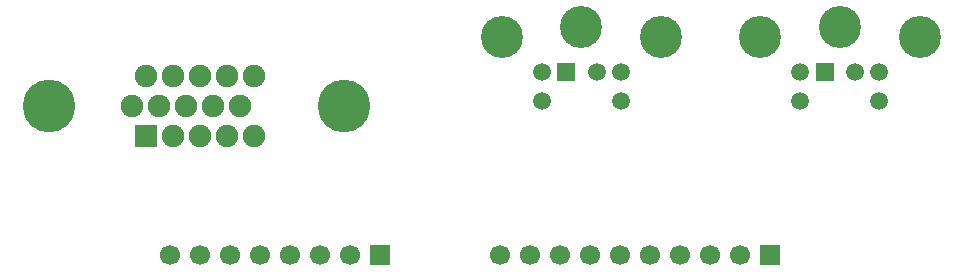
<source format=gbr>
%TF.GenerationSoftware,KiCad,Pcbnew,9.0.2*%
%TF.CreationDate,2025-07-24T16:43:21+02:00*%
%TF.ProjectId,VGA_PS2,5647415f-5053-4322-9e6b-696361645f70,rev?*%
%TF.SameCoordinates,Original*%
%TF.FileFunction,Soldermask,Bot*%
%TF.FilePolarity,Negative*%
%FSLAX46Y46*%
G04 Gerber Fmt 4.6, Leading zero omitted, Abs format (unit mm)*
G04 Created by KiCad (PCBNEW 9.0.2) date 2025-07-24 16:43:21*
%MOMM*%
%LPD*%
G01*
G04 APERTURE LIST*
G04 Aperture macros list*
%AMRoundRect*
0 Rectangle with rounded corners*
0 $1 Rounding radius*
0 $2 $3 $4 $5 $6 $7 $8 $9 X,Y pos of 4 corners*
0 Add a 4 corners polygon primitive as box body*
4,1,4,$2,$3,$4,$5,$6,$7,$8,$9,$2,$3,0*
0 Add four circle primitives for the rounded corners*
1,1,$1+$1,$2,$3*
1,1,$1+$1,$4,$5*
1,1,$1+$1,$6,$7*
1,1,$1+$1,$8,$9*
0 Add four rect primitives between the rounded corners*
20,1,$1+$1,$2,$3,$4,$5,0*
20,1,$1+$1,$4,$5,$6,$7,0*
20,1,$1+$1,$6,$7,$8,$9,0*
20,1,$1+$1,$8,$9,$2,$3,0*%
G04 Aperture macros list end*
%ADD10RoundRect,0.102000X0.847500X0.847500X-0.847500X0.847500X-0.847500X-0.847500X0.847500X-0.847500X0*%
%ADD11C,1.899000*%
%ADD12C,4.450000*%
%ADD13R,1.509000X1.509000*%
%ADD14C,1.509000*%
%ADD15C,3.555000*%
%ADD16R,1.700000X1.700000*%
%ADD17C,1.700000*%
G04 APERTURE END LIST*
D10*
%TO.C,J1*%
X57440000Y-140880000D03*
D11*
X59730000Y-140880000D03*
X62020000Y-140880000D03*
X64310000Y-140880000D03*
X66600000Y-140880000D03*
X56295000Y-138340000D03*
X58585000Y-138340000D03*
X60875000Y-138340000D03*
X63165000Y-138340000D03*
X65455000Y-138340000D03*
X57440000Y-135800000D03*
X59730000Y-135800000D03*
X62020000Y-135800000D03*
X64310000Y-135800000D03*
X66600000Y-135800000D03*
D12*
X74265000Y-138340000D03*
X49275000Y-138340000D03*
%TD*%
D13*
%TO.C,J2*%
X114920000Y-135470000D03*
D14*
X117520000Y-135470000D03*
X112870000Y-135470000D03*
X119570000Y-135470000D03*
X112870000Y-137960000D03*
X119570000Y-137960000D03*
D15*
X116220000Y-131660000D03*
X122980000Y-132470000D03*
X109460000Y-132470000D03*
%TD*%
D13*
%TO.C,J3*%
X93040000Y-135470000D03*
D14*
X95640000Y-135470000D03*
X90990000Y-135470000D03*
X97690000Y-135470000D03*
X90990000Y-137960000D03*
X97690000Y-137960000D03*
D15*
X94340000Y-131660000D03*
X101100000Y-132470000D03*
X87580000Y-132470000D03*
%TD*%
D16*
%TO.C,J4*%
X110330000Y-151000000D03*
D17*
X107790000Y-151000000D03*
X105250000Y-151000000D03*
X102710000Y-151000000D03*
X100170000Y-151000000D03*
X97630000Y-151000000D03*
X95090000Y-151000000D03*
X92550000Y-151000000D03*
X90010000Y-151000000D03*
X87470000Y-151000000D03*
%TD*%
D16*
%TO.C,J5*%
X77310000Y-151000000D03*
D17*
X74770000Y-151000000D03*
X72230000Y-151000000D03*
X69690000Y-151000000D03*
X67150000Y-151000000D03*
X64610000Y-151000000D03*
X62070000Y-151000000D03*
X59530000Y-151000000D03*
%TD*%
M02*

</source>
